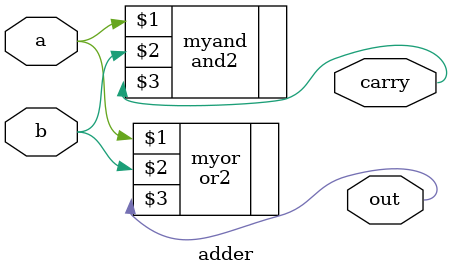
<source format=v>
module adder(
  input a,
  input b,
  output carry,
  output out);
  
  or2 myor(a,b,out);
  and2 myand(a,b,carry);
  
endmodule

</source>
